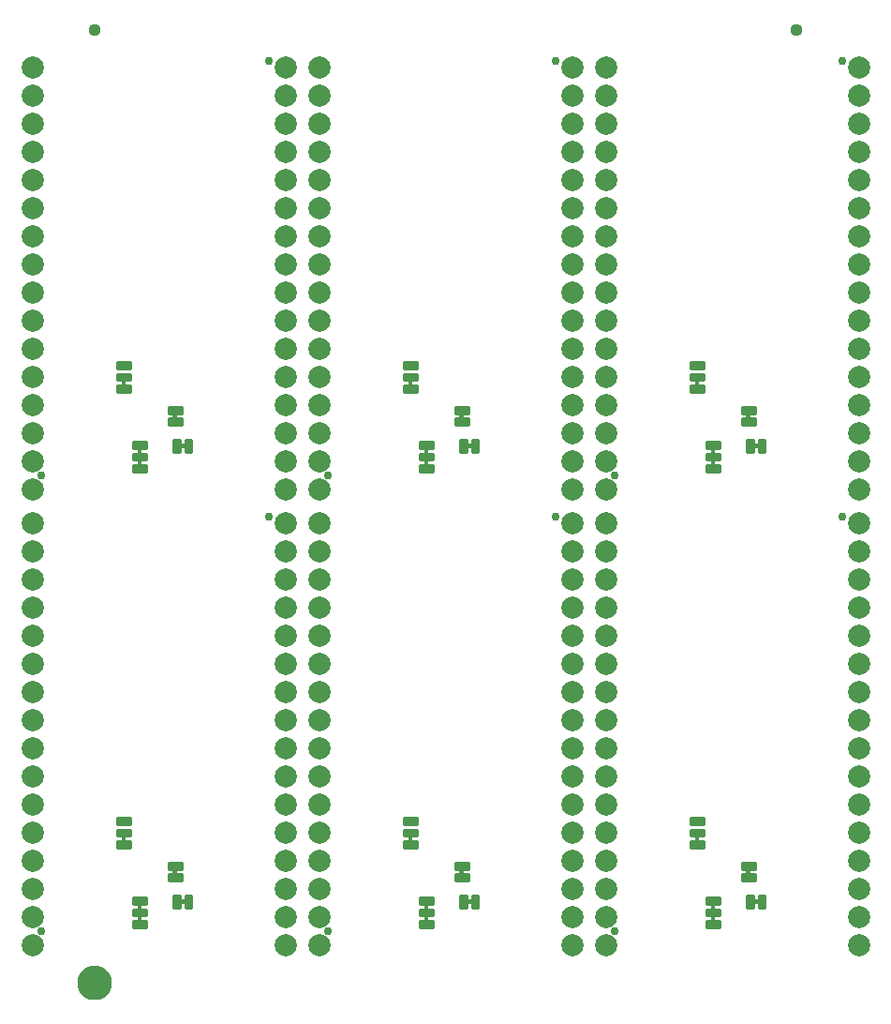
<source format=gbs>
G04 EAGLE Gerber RS-274X export*
G75*
%MOMM*%
%FSLAX34Y34*%
%LPD*%
%INSoldermask Bottom*%
%IPPOS*%
%AMOC8*
5,1,8,0,0,1.08239X$1,22.5*%
G01*
%ADD10C,0.228344*%
%ADD11C,0.762000*%
%ADD12C,2.006600*%
%ADD13C,1.127000*%
%ADD14C,1.270000*%
%ADD15C,1.627000*%

G36*
X628994Y456349D02*
X628994Y456349D01*
X629060Y456351D01*
X629104Y456368D01*
X629150Y456377D01*
X629207Y456410D01*
X629268Y456435D01*
X629303Y456467D01*
X629343Y456491D01*
X629385Y456542D01*
X629433Y456586D01*
X629455Y456629D01*
X629485Y456665D01*
X629506Y456727D01*
X629536Y456786D01*
X629544Y456840D01*
X629557Y456878D01*
X629556Y456917D01*
X629564Y456971D01*
X629564Y460781D01*
X629552Y460846D01*
X629550Y460912D01*
X629532Y460956D01*
X629524Y461002D01*
X629490Y461059D01*
X629466Y461120D01*
X629434Y461155D01*
X629410Y461195D01*
X629359Y461237D01*
X629314Y461285D01*
X629272Y461307D01*
X629236Y461337D01*
X629173Y461358D01*
X629115Y461388D01*
X629060Y461396D01*
X629023Y461409D01*
X628984Y461408D01*
X628929Y461416D01*
X626389Y461416D01*
X626325Y461404D01*
X626259Y461402D01*
X626215Y461384D01*
X626169Y461376D01*
X626112Y461342D01*
X626051Y461318D01*
X626016Y461286D01*
X625975Y461262D01*
X625934Y461211D01*
X625885Y461166D01*
X625864Y461124D01*
X625834Y461088D01*
X625813Y461025D01*
X625783Y460967D01*
X625775Y460912D01*
X625762Y460875D01*
X625762Y460871D01*
X625763Y460835D01*
X625755Y460781D01*
X625755Y456971D01*
X625767Y456907D01*
X625769Y456841D01*
X625786Y456797D01*
X625795Y456751D01*
X625828Y456694D01*
X625853Y456633D01*
X625885Y456598D01*
X625909Y456557D01*
X625960Y456516D01*
X626004Y456467D01*
X626047Y456446D01*
X626083Y456416D01*
X626145Y456395D01*
X626204Y456365D01*
X626258Y456357D01*
X626296Y456344D01*
X626335Y456345D01*
X626389Y456337D01*
X628929Y456337D01*
X628994Y456349D01*
G37*
G36*
X110834Y456349D02*
X110834Y456349D01*
X110900Y456351D01*
X110944Y456368D01*
X110990Y456377D01*
X111047Y456410D01*
X111108Y456435D01*
X111143Y456467D01*
X111183Y456491D01*
X111225Y456542D01*
X111273Y456586D01*
X111295Y456629D01*
X111325Y456665D01*
X111346Y456727D01*
X111376Y456786D01*
X111384Y456840D01*
X111397Y456878D01*
X111396Y456917D01*
X111404Y456971D01*
X111404Y460781D01*
X111392Y460846D01*
X111390Y460912D01*
X111372Y460956D01*
X111364Y461002D01*
X111330Y461059D01*
X111306Y461120D01*
X111274Y461155D01*
X111250Y461195D01*
X111199Y461237D01*
X111154Y461285D01*
X111112Y461307D01*
X111076Y461337D01*
X111013Y461358D01*
X110955Y461388D01*
X110900Y461396D01*
X110863Y461409D01*
X110824Y461408D01*
X110769Y461416D01*
X108229Y461416D01*
X108165Y461404D01*
X108099Y461402D01*
X108055Y461384D01*
X108009Y461376D01*
X107952Y461342D01*
X107891Y461318D01*
X107856Y461286D01*
X107815Y461262D01*
X107774Y461211D01*
X107725Y461166D01*
X107704Y461124D01*
X107674Y461088D01*
X107653Y461025D01*
X107623Y460967D01*
X107615Y460912D01*
X107602Y460875D01*
X107602Y460871D01*
X107603Y460835D01*
X107595Y460781D01*
X107595Y456971D01*
X107607Y456907D01*
X107609Y456841D01*
X107626Y456797D01*
X107635Y456751D01*
X107668Y456694D01*
X107693Y456633D01*
X107725Y456598D01*
X107749Y456557D01*
X107800Y456516D01*
X107844Y456467D01*
X107887Y456446D01*
X107923Y456416D01*
X107985Y456395D01*
X108044Y456365D01*
X108098Y456357D01*
X108136Y456344D01*
X108175Y456345D01*
X108229Y456337D01*
X110769Y456337D01*
X110834Y456349D01*
G37*
G36*
X369914Y456349D02*
X369914Y456349D01*
X369980Y456351D01*
X370024Y456368D01*
X370070Y456377D01*
X370127Y456410D01*
X370188Y456435D01*
X370223Y456467D01*
X370263Y456491D01*
X370305Y456542D01*
X370353Y456586D01*
X370375Y456629D01*
X370405Y456665D01*
X370426Y456727D01*
X370456Y456786D01*
X370464Y456840D01*
X370477Y456878D01*
X370476Y456917D01*
X370484Y456971D01*
X370484Y460781D01*
X370472Y460846D01*
X370470Y460912D01*
X370452Y460956D01*
X370444Y461002D01*
X370410Y461059D01*
X370386Y461120D01*
X370354Y461155D01*
X370330Y461195D01*
X370279Y461237D01*
X370234Y461285D01*
X370192Y461307D01*
X370156Y461337D01*
X370093Y461358D01*
X370035Y461388D01*
X369980Y461396D01*
X369943Y461409D01*
X369904Y461408D01*
X369849Y461416D01*
X367309Y461416D01*
X367245Y461404D01*
X367179Y461402D01*
X367135Y461384D01*
X367089Y461376D01*
X367032Y461342D01*
X366971Y461318D01*
X366936Y461286D01*
X366895Y461262D01*
X366854Y461211D01*
X366805Y461166D01*
X366784Y461124D01*
X366754Y461088D01*
X366733Y461025D01*
X366703Y460967D01*
X366695Y460912D01*
X366682Y460875D01*
X366682Y460871D01*
X366683Y460835D01*
X366675Y460781D01*
X366675Y456971D01*
X366687Y456907D01*
X366689Y456841D01*
X366706Y456797D01*
X366715Y456751D01*
X366748Y456694D01*
X366773Y456633D01*
X366805Y456598D01*
X366829Y456557D01*
X366880Y456516D01*
X366924Y456467D01*
X366967Y456446D01*
X367003Y456416D01*
X367065Y456395D01*
X367124Y456365D01*
X367178Y456357D01*
X367216Y456344D01*
X367255Y456345D01*
X367309Y456337D01*
X369849Y456337D01*
X369914Y456349D01*
G37*
G36*
X614745Y518172D02*
X614745Y518172D01*
X614811Y518174D01*
X614854Y518192D01*
X614901Y518200D01*
X614958Y518234D01*
X615018Y518259D01*
X615053Y518290D01*
X615094Y518315D01*
X615136Y518366D01*
X615184Y518410D01*
X615206Y518452D01*
X615235Y518489D01*
X615256Y518551D01*
X615287Y518610D01*
X615295Y518664D01*
X615307Y518701D01*
X615306Y518741D01*
X615314Y518795D01*
X615314Y522605D01*
X615303Y522670D01*
X615301Y522736D01*
X615283Y522779D01*
X615275Y522826D01*
X615241Y522883D01*
X615216Y522943D01*
X615185Y522978D01*
X615160Y523019D01*
X615109Y523061D01*
X615065Y523109D01*
X615023Y523131D01*
X614986Y523160D01*
X614924Y523181D01*
X614865Y523212D01*
X614811Y523220D01*
X614774Y523232D01*
X614734Y523231D01*
X614680Y523239D01*
X612140Y523239D01*
X612075Y523228D01*
X612009Y523226D01*
X611966Y523208D01*
X611919Y523200D01*
X611862Y523166D01*
X611802Y523141D01*
X611767Y523110D01*
X611726Y523085D01*
X611685Y523034D01*
X611636Y522990D01*
X611614Y522948D01*
X611585Y522911D01*
X611564Y522849D01*
X611533Y522790D01*
X611525Y522736D01*
X611513Y522699D01*
X611513Y522695D01*
X611513Y522694D01*
X611514Y522659D01*
X611506Y522605D01*
X611506Y518795D01*
X611517Y518730D01*
X611519Y518664D01*
X611537Y518621D01*
X611545Y518574D01*
X611579Y518517D01*
X611604Y518457D01*
X611635Y518422D01*
X611660Y518381D01*
X611711Y518340D01*
X611755Y518291D01*
X611797Y518269D01*
X611834Y518240D01*
X611896Y518219D01*
X611955Y518188D01*
X612009Y518180D01*
X612046Y518168D01*
X612086Y518169D01*
X612140Y518161D01*
X614680Y518161D01*
X614745Y518172D01*
G37*
G36*
X96585Y518172D02*
X96585Y518172D01*
X96651Y518174D01*
X96694Y518192D01*
X96741Y518200D01*
X96798Y518234D01*
X96858Y518259D01*
X96893Y518290D01*
X96934Y518315D01*
X96976Y518366D01*
X97024Y518410D01*
X97046Y518452D01*
X97075Y518489D01*
X97096Y518551D01*
X97127Y518610D01*
X97135Y518664D01*
X97147Y518701D01*
X97146Y518741D01*
X97154Y518795D01*
X97154Y522605D01*
X97143Y522670D01*
X97141Y522736D01*
X97123Y522779D01*
X97115Y522826D01*
X97081Y522883D01*
X97056Y522943D01*
X97025Y522978D01*
X97000Y523019D01*
X96949Y523061D01*
X96905Y523109D01*
X96863Y523131D01*
X96826Y523160D01*
X96764Y523181D01*
X96705Y523212D01*
X96651Y523220D01*
X96614Y523232D01*
X96574Y523231D01*
X96520Y523239D01*
X93980Y523239D01*
X93915Y523228D01*
X93849Y523226D01*
X93806Y523208D01*
X93759Y523200D01*
X93702Y523166D01*
X93642Y523141D01*
X93607Y523110D01*
X93566Y523085D01*
X93525Y523034D01*
X93476Y522990D01*
X93454Y522948D01*
X93425Y522911D01*
X93404Y522849D01*
X93373Y522790D01*
X93365Y522736D01*
X93353Y522699D01*
X93353Y522695D01*
X93353Y522694D01*
X93354Y522659D01*
X93346Y522605D01*
X93346Y518795D01*
X93357Y518730D01*
X93359Y518664D01*
X93377Y518621D01*
X93385Y518574D01*
X93419Y518517D01*
X93444Y518457D01*
X93475Y518422D01*
X93500Y518381D01*
X93551Y518340D01*
X93595Y518291D01*
X93637Y518269D01*
X93674Y518240D01*
X93736Y518219D01*
X93795Y518188D01*
X93849Y518180D01*
X93886Y518168D01*
X93926Y518169D01*
X93980Y518161D01*
X96520Y518161D01*
X96585Y518172D01*
G37*
G36*
X355665Y518172D02*
X355665Y518172D01*
X355731Y518174D01*
X355774Y518192D01*
X355821Y518200D01*
X355878Y518234D01*
X355938Y518259D01*
X355973Y518290D01*
X356014Y518315D01*
X356056Y518366D01*
X356104Y518410D01*
X356126Y518452D01*
X356155Y518489D01*
X356176Y518551D01*
X356207Y518610D01*
X356215Y518664D01*
X356227Y518701D01*
X356226Y518741D01*
X356234Y518795D01*
X356234Y522605D01*
X356223Y522670D01*
X356221Y522736D01*
X356203Y522779D01*
X356195Y522826D01*
X356161Y522883D01*
X356136Y522943D01*
X356105Y522978D01*
X356080Y523019D01*
X356029Y523061D01*
X355985Y523109D01*
X355943Y523131D01*
X355906Y523160D01*
X355844Y523181D01*
X355785Y523212D01*
X355731Y523220D01*
X355694Y523232D01*
X355654Y523231D01*
X355600Y523239D01*
X353060Y523239D01*
X352995Y523228D01*
X352929Y523226D01*
X352886Y523208D01*
X352839Y523200D01*
X352782Y523166D01*
X352722Y523141D01*
X352687Y523110D01*
X352646Y523085D01*
X352605Y523034D01*
X352556Y522990D01*
X352534Y522948D01*
X352505Y522911D01*
X352484Y522849D01*
X352453Y522790D01*
X352445Y522736D01*
X352433Y522699D01*
X352433Y522695D01*
X352433Y522694D01*
X352434Y522659D01*
X352426Y522605D01*
X352426Y518795D01*
X352437Y518730D01*
X352439Y518664D01*
X352457Y518621D01*
X352465Y518574D01*
X352499Y518517D01*
X352524Y518457D01*
X352555Y518422D01*
X352580Y518381D01*
X352631Y518340D01*
X352675Y518291D01*
X352717Y518269D01*
X352754Y518240D01*
X352816Y518219D01*
X352875Y518188D01*
X352929Y518180D01*
X352966Y518168D01*
X353006Y518169D01*
X353060Y518161D01*
X355600Y518161D01*
X355665Y518172D01*
G37*
G36*
X660973Y488226D02*
X660973Y488226D01*
X661039Y488228D01*
X661082Y488245D01*
X661129Y488254D01*
X661186Y488287D01*
X661246Y488312D01*
X661281Y488344D01*
X661322Y488368D01*
X661364Y488419D01*
X661412Y488463D01*
X661434Y488506D01*
X661463Y488542D01*
X661484Y488604D01*
X661515Y488663D01*
X661523Y488717D01*
X661535Y488755D01*
X661534Y488794D01*
X661542Y488848D01*
X661542Y492658D01*
X661531Y492723D01*
X661529Y492789D01*
X661511Y492833D01*
X661503Y492879D01*
X661469Y492936D01*
X661444Y492997D01*
X661413Y493032D01*
X661388Y493072D01*
X661337Y493114D01*
X661293Y493162D01*
X661251Y493184D01*
X661214Y493214D01*
X661152Y493235D01*
X661093Y493265D01*
X661039Y493273D01*
X661002Y493286D01*
X660962Y493285D01*
X660908Y493293D01*
X658368Y493293D01*
X658303Y493281D01*
X658237Y493279D01*
X658194Y493261D01*
X658147Y493253D01*
X658090Y493219D01*
X658030Y493195D01*
X657995Y493163D01*
X657954Y493139D01*
X657913Y493088D01*
X657864Y493043D01*
X657842Y493001D01*
X657813Y492965D01*
X657792Y492902D01*
X657761Y492844D01*
X657753Y492789D01*
X657741Y492752D01*
X657741Y492748D01*
X657742Y492712D01*
X657734Y492658D01*
X657734Y488848D01*
X657745Y488784D01*
X657747Y488718D01*
X657765Y488674D01*
X657773Y488628D01*
X657807Y488571D01*
X657832Y488510D01*
X657863Y488475D01*
X657888Y488434D01*
X657939Y488393D01*
X657983Y488344D01*
X658025Y488323D01*
X658062Y488293D01*
X658124Y488272D01*
X658183Y488242D01*
X658237Y488234D01*
X658274Y488221D01*
X658314Y488222D01*
X658368Y488214D01*
X660908Y488214D01*
X660973Y488226D01*
G37*
G36*
X142813Y488226D02*
X142813Y488226D01*
X142879Y488228D01*
X142922Y488245D01*
X142969Y488254D01*
X143026Y488287D01*
X143086Y488312D01*
X143121Y488344D01*
X143162Y488368D01*
X143204Y488419D01*
X143252Y488463D01*
X143274Y488506D01*
X143303Y488542D01*
X143324Y488604D01*
X143355Y488663D01*
X143363Y488717D01*
X143375Y488755D01*
X143374Y488794D01*
X143382Y488848D01*
X143382Y492658D01*
X143371Y492723D01*
X143369Y492789D01*
X143351Y492833D01*
X143343Y492879D01*
X143309Y492936D01*
X143284Y492997D01*
X143253Y493032D01*
X143228Y493072D01*
X143177Y493114D01*
X143133Y493162D01*
X143091Y493184D01*
X143054Y493214D01*
X142992Y493235D01*
X142933Y493265D01*
X142879Y493273D01*
X142842Y493286D01*
X142802Y493285D01*
X142748Y493293D01*
X140208Y493293D01*
X140143Y493281D01*
X140077Y493279D01*
X140034Y493261D01*
X139987Y493253D01*
X139930Y493219D01*
X139870Y493195D01*
X139835Y493163D01*
X139794Y493139D01*
X139753Y493088D01*
X139704Y493043D01*
X139682Y493001D01*
X139653Y492965D01*
X139632Y492902D01*
X139601Y492844D01*
X139593Y492789D01*
X139581Y492752D01*
X139581Y492748D01*
X139582Y492712D01*
X139574Y492658D01*
X139574Y488848D01*
X139585Y488784D01*
X139587Y488718D01*
X139605Y488674D01*
X139613Y488628D01*
X139647Y488571D01*
X139672Y488510D01*
X139703Y488475D01*
X139728Y488434D01*
X139779Y488393D01*
X139823Y488344D01*
X139865Y488323D01*
X139902Y488293D01*
X139964Y488272D01*
X140023Y488242D01*
X140077Y488234D01*
X140114Y488221D01*
X140154Y488222D01*
X140208Y488214D01*
X142748Y488214D01*
X142813Y488226D01*
G37*
G36*
X401893Y488226D02*
X401893Y488226D01*
X401959Y488228D01*
X402002Y488245D01*
X402049Y488254D01*
X402106Y488287D01*
X402166Y488312D01*
X402201Y488344D01*
X402242Y488368D01*
X402284Y488419D01*
X402332Y488463D01*
X402354Y488506D01*
X402383Y488542D01*
X402404Y488604D01*
X402435Y488663D01*
X402443Y488717D01*
X402455Y488755D01*
X402454Y488794D01*
X402462Y488848D01*
X402462Y492658D01*
X402451Y492723D01*
X402449Y492789D01*
X402431Y492833D01*
X402423Y492879D01*
X402389Y492936D01*
X402364Y492997D01*
X402333Y493032D01*
X402308Y493072D01*
X402257Y493114D01*
X402213Y493162D01*
X402171Y493184D01*
X402134Y493214D01*
X402072Y493235D01*
X402013Y493265D01*
X401959Y493273D01*
X401922Y493286D01*
X401882Y493285D01*
X401828Y493293D01*
X399288Y493293D01*
X399223Y493281D01*
X399157Y493279D01*
X399114Y493261D01*
X399067Y493253D01*
X399010Y493219D01*
X398950Y493195D01*
X398915Y493163D01*
X398874Y493139D01*
X398833Y493088D01*
X398784Y493043D01*
X398762Y493001D01*
X398733Y492965D01*
X398712Y492902D01*
X398681Y492844D01*
X398673Y492789D01*
X398661Y492752D01*
X398661Y492748D01*
X398662Y492712D01*
X398654Y492658D01*
X398654Y488848D01*
X398665Y488784D01*
X398667Y488718D01*
X398685Y488674D01*
X398693Y488628D01*
X398727Y488571D01*
X398752Y488510D01*
X398783Y488475D01*
X398808Y488434D01*
X398859Y488393D01*
X398903Y488344D01*
X398945Y488323D01*
X398982Y488293D01*
X399044Y488272D01*
X399103Y488242D01*
X399157Y488234D01*
X399194Y488221D01*
X399234Y488222D01*
X399288Y488214D01*
X401828Y488214D01*
X401893Y488226D01*
G37*
G36*
X369914Y446189D02*
X369914Y446189D01*
X369980Y446191D01*
X370024Y446208D01*
X370070Y446217D01*
X370127Y446250D01*
X370188Y446275D01*
X370223Y446307D01*
X370263Y446331D01*
X370305Y446382D01*
X370353Y446426D01*
X370375Y446469D01*
X370405Y446505D01*
X370426Y446567D01*
X370456Y446626D01*
X370464Y446680D01*
X370477Y446718D01*
X370476Y446757D01*
X370484Y446811D01*
X370484Y450621D01*
X370472Y450686D01*
X370470Y450752D01*
X370452Y450796D01*
X370444Y450842D01*
X370410Y450899D01*
X370386Y450960D01*
X370354Y450995D01*
X370330Y451035D01*
X370279Y451077D01*
X370234Y451125D01*
X370192Y451147D01*
X370156Y451177D01*
X370093Y451198D01*
X370035Y451228D01*
X369980Y451236D01*
X369943Y451249D01*
X369904Y451248D01*
X369849Y451256D01*
X367309Y451256D01*
X367245Y451244D01*
X367179Y451242D01*
X367135Y451224D01*
X367089Y451216D01*
X367032Y451182D01*
X366971Y451158D01*
X366936Y451126D01*
X366895Y451102D01*
X366854Y451051D01*
X366805Y451006D01*
X366784Y450964D01*
X366754Y450928D01*
X366733Y450865D01*
X366703Y450807D01*
X366695Y450752D01*
X366682Y450715D01*
X366682Y450711D01*
X366683Y450675D01*
X366675Y450621D01*
X366675Y446811D01*
X366687Y446747D01*
X366689Y446681D01*
X366706Y446637D01*
X366715Y446591D01*
X366748Y446534D01*
X366773Y446473D01*
X366805Y446438D01*
X366829Y446397D01*
X366880Y446356D01*
X366924Y446307D01*
X366967Y446286D01*
X367003Y446256D01*
X367065Y446235D01*
X367124Y446205D01*
X367178Y446197D01*
X367216Y446184D01*
X367255Y446185D01*
X367309Y446177D01*
X369849Y446177D01*
X369914Y446189D01*
G37*
G36*
X110834Y446189D02*
X110834Y446189D01*
X110900Y446191D01*
X110944Y446208D01*
X110990Y446217D01*
X111047Y446250D01*
X111108Y446275D01*
X111143Y446307D01*
X111183Y446331D01*
X111225Y446382D01*
X111273Y446426D01*
X111295Y446469D01*
X111325Y446505D01*
X111346Y446567D01*
X111376Y446626D01*
X111384Y446680D01*
X111397Y446718D01*
X111396Y446757D01*
X111404Y446811D01*
X111404Y450621D01*
X111392Y450686D01*
X111390Y450752D01*
X111372Y450796D01*
X111364Y450842D01*
X111330Y450899D01*
X111306Y450960D01*
X111274Y450995D01*
X111250Y451035D01*
X111199Y451077D01*
X111154Y451125D01*
X111112Y451147D01*
X111076Y451177D01*
X111013Y451198D01*
X110955Y451228D01*
X110900Y451236D01*
X110863Y451249D01*
X110824Y451248D01*
X110769Y451256D01*
X108229Y451256D01*
X108165Y451244D01*
X108099Y451242D01*
X108055Y451224D01*
X108009Y451216D01*
X107952Y451182D01*
X107891Y451158D01*
X107856Y451126D01*
X107815Y451102D01*
X107774Y451051D01*
X107725Y451006D01*
X107704Y450964D01*
X107674Y450928D01*
X107653Y450865D01*
X107623Y450807D01*
X107615Y450752D01*
X107602Y450715D01*
X107602Y450711D01*
X107603Y450675D01*
X107595Y450621D01*
X107595Y446811D01*
X107607Y446747D01*
X107609Y446681D01*
X107626Y446637D01*
X107635Y446591D01*
X107668Y446534D01*
X107693Y446473D01*
X107725Y446438D01*
X107749Y446397D01*
X107800Y446356D01*
X107844Y446307D01*
X107887Y446286D01*
X107923Y446256D01*
X107985Y446235D01*
X108044Y446205D01*
X108098Y446197D01*
X108136Y446184D01*
X108175Y446185D01*
X108229Y446177D01*
X110769Y446177D01*
X110834Y446189D01*
G37*
G36*
X628994Y446189D02*
X628994Y446189D01*
X629060Y446191D01*
X629104Y446208D01*
X629150Y446217D01*
X629207Y446250D01*
X629268Y446275D01*
X629303Y446307D01*
X629343Y446331D01*
X629385Y446382D01*
X629433Y446426D01*
X629455Y446469D01*
X629485Y446505D01*
X629506Y446567D01*
X629536Y446626D01*
X629544Y446680D01*
X629557Y446718D01*
X629556Y446757D01*
X629564Y446811D01*
X629564Y450621D01*
X629552Y450686D01*
X629550Y450752D01*
X629532Y450796D01*
X629524Y450842D01*
X629490Y450899D01*
X629466Y450960D01*
X629434Y450995D01*
X629410Y451035D01*
X629359Y451077D01*
X629314Y451125D01*
X629272Y451147D01*
X629236Y451177D01*
X629173Y451198D01*
X629115Y451228D01*
X629060Y451236D01*
X629023Y451249D01*
X628984Y451248D01*
X628929Y451256D01*
X626389Y451256D01*
X626325Y451244D01*
X626259Y451242D01*
X626215Y451224D01*
X626169Y451216D01*
X626112Y451182D01*
X626051Y451158D01*
X626016Y451126D01*
X625975Y451102D01*
X625934Y451051D01*
X625885Y451006D01*
X625864Y450964D01*
X625834Y450928D01*
X625813Y450865D01*
X625783Y450807D01*
X625775Y450752D01*
X625762Y450715D01*
X625762Y450711D01*
X625763Y450675D01*
X625755Y450621D01*
X625755Y446811D01*
X625767Y446747D01*
X625769Y446681D01*
X625786Y446637D01*
X625795Y446591D01*
X625828Y446534D01*
X625853Y446473D01*
X625885Y446438D01*
X625909Y446397D01*
X625960Y446356D01*
X626004Y446307D01*
X626047Y446286D01*
X626083Y446256D01*
X626145Y446235D01*
X626204Y446205D01*
X626258Y446197D01*
X626296Y446184D01*
X626335Y446185D01*
X626389Y446177D01*
X628929Y446177D01*
X628994Y446189D01*
G37*
G36*
X355665Y106692D02*
X355665Y106692D01*
X355731Y106694D01*
X355774Y106712D01*
X355821Y106720D01*
X355878Y106754D01*
X355938Y106779D01*
X355973Y106810D01*
X356014Y106835D01*
X356056Y106886D01*
X356104Y106930D01*
X356126Y106972D01*
X356155Y107009D01*
X356176Y107071D01*
X356207Y107130D01*
X356215Y107184D01*
X356227Y107221D01*
X356226Y107261D01*
X356234Y107315D01*
X356234Y111125D01*
X356223Y111190D01*
X356221Y111256D01*
X356203Y111299D01*
X356195Y111346D01*
X356161Y111403D01*
X356136Y111463D01*
X356105Y111498D01*
X356080Y111539D01*
X356029Y111581D01*
X355985Y111629D01*
X355943Y111651D01*
X355906Y111680D01*
X355844Y111701D01*
X355785Y111732D01*
X355731Y111740D01*
X355694Y111752D01*
X355654Y111751D01*
X355600Y111759D01*
X353060Y111759D01*
X352995Y111748D01*
X352929Y111746D01*
X352886Y111728D01*
X352839Y111720D01*
X352782Y111686D01*
X352722Y111661D01*
X352687Y111630D01*
X352646Y111605D01*
X352605Y111554D01*
X352556Y111510D01*
X352534Y111468D01*
X352505Y111431D01*
X352484Y111369D01*
X352453Y111310D01*
X352445Y111256D01*
X352433Y111219D01*
X352433Y111215D01*
X352433Y111214D01*
X352434Y111179D01*
X352426Y111125D01*
X352426Y107315D01*
X352437Y107250D01*
X352439Y107184D01*
X352457Y107141D01*
X352465Y107094D01*
X352499Y107037D01*
X352524Y106977D01*
X352555Y106942D01*
X352580Y106901D01*
X352631Y106860D01*
X352675Y106811D01*
X352717Y106789D01*
X352754Y106760D01*
X352816Y106739D01*
X352875Y106708D01*
X352929Y106700D01*
X352966Y106688D01*
X353006Y106689D01*
X353060Y106681D01*
X355600Y106681D01*
X355665Y106692D01*
G37*
G36*
X96585Y106692D02*
X96585Y106692D01*
X96651Y106694D01*
X96694Y106712D01*
X96741Y106720D01*
X96798Y106754D01*
X96858Y106779D01*
X96893Y106810D01*
X96934Y106835D01*
X96976Y106886D01*
X97024Y106930D01*
X97046Y106972D01*
X97075Y107009D01*
X97096Y107071D01*
X97127Y107130D01*
X97135Y107184D01*
X97147Y107221D01*
X97146Y107261D01*
X97154Y107315D01*
X97154Y111125D01*
X97143Y111190D01*
X97141Y111256D01*
X97123Y111299D01*
X97115Y111346D01*
X97081Y111403D01*
X97056Y111463D01*
X97025Y111498D01*
X97000Y111539D01*
X96949Y111581D01*
X96905Y111629D01*
X96863Y111651D01*
X96826Y111680D01*
X96764Y111701D01*
X96705Y111732D01*
X96651Y111740D01*
X96614Y111752D01*
X96574Y111751D01*
X96520Y111759D01*
X93980Y111759D01*
X93915Y111748D01*
X93849Y111746D01*
X93806Y111728D01*
X93759Y111720D01*
X93702Y111686D01*
X93642Y111661D01*
X93607Y111630D01*
X93566Y111605D01*
X93525Y111554D01*
X93476Y111510D01*
X93454Y111468D01*
X93425Y111431D01*
X93404Y111369D01*
X93373Y111310D01*
X93365Y111256D01*
X93353Y111219D01*
X93353Y111215D01*
X93353Y111214D01*
X93354Y111179D01*
X93346Y111125D01*
X93346Y107315D01*
X93357Y107250D01*
X93359Y107184D01*
X93377Y107141D01*
X93385Y107094D01*
X93419Y107037D01*
X93444Y106977D01*
X93475Y106942D01*
X93500Y106901D01*
X93551Y106860D01*
X93595Y106811D01*
X93637Y106789D01*
X93674Y106760D01*
X93736Y106739D01*
X93795Y106708D01*
X93849Y106700D01*
X93886Y106688D01*
X93926Y106689D01*
X93980Y106681D01*
X96520Y106681D01*
X96585Y106692D01*
G37*
G36*
X614745Y106692D02*
X614745Y106692D01*
X614811Y106694D01*
X614854Y106712D01*
X614901Y106720D01*
X614958Y106754D01*
X615018Y106779D01*
X615053Y106810D01*
X615094Y106835D01*
X615136Y106886D01*
X615184Y106930D01*
X615206Y106972D01*
X615235Y107009D01*
X615256Y107071D01*
X615287Y107130D01*
X615295Y107184D01*
X615307Y107221D01*
X615306Y107261D01*
X615314Y107315D01*
X615314Y111125D01*
X615303Y111190D01*
X615301Y111256D01*
X615283Y111299D01*
X615275Y111346D01*
X615241Y111403D01*
X615216Y111463D01*
X615185Y111498D01*
X615160Y111539D01*
X615109Y111581D01*
X615065Y111629D01*
X615023Y111651D01*
X614986Y111680D01*
X614924Y111701D01*
X614865Y111732D01*
X614811Y111740D01*
X614774Y111752D01*
X614734Y111751D01*
X614680Y111759D01*
X612140Y111759D01*
X612075Y111748D01*
X612009Y111746D01*
X611966Y111728D01*
X611919Y111720D01*
X611862Y111686D01*
X611802Y111661D01*
X611767Y111630D01*
X611726Y111605D01*
X611685Y111554D01*
X611636Y111510D01*
X611614Y111468D01*
X611585Y111431D01*
X611564Y111369D01*
X611533Y111310D01*
X611525Y111256D01*
X611513Y111219D01*
X611513Y111215D01*
X611513Y111214D01*
X611514Y111179D01*
X611506Y111125D01*
X611506Y107315D01*
X611517Y107250D01*
X611519Y107184D01*
X611537Y107141D01*
X611545Y107094D01*
X611579Y107037D01*
X611604Y106977D01*
X611635Y106942D01*
X611660Y106901D01*
X611711Y106860D01*
X611755Y106811D01*
X611797Y106789D01*
X611834Y106760D01*
X611896Y106739D01*
X611955Y106708D01*
X612009Y106700D01*
X612046Y106688D01*
X612086Y106689D01*
X612140Y106681D01*
X614680Y106681D01*
X614745Y106692D01*
G37*
G36*
X142813Y76746D02*
X142813Y76746D01*
X142879Y76748D01*
X142922Y76765D01*
X142969Y76774D01*
X143026Y76807D01*
X143086Y76832D01*
X143121Y76864D01*
X143162Y76888D01*
X143204Y76939D01*
X143252Y76983D01*
X143274Y77026D01*
X143303Y77062D01*
X143324Y77124D01*
X143355Y77183D01*
X143363Y77237D01*
X143375Y77275D01*
X143374Y77314D01*
X143382Y77368D01*
X143382Y81178D01*
X143371Y81243D01*
X143369Y81309D01*
X143351Y81353D01*
X143343Y81399D01*
X143309Y81456D01*
X143284Y81517D01*
X143253Y81552D01*
X143228Y81592D01*
X143177Y81634D01*
X143133Y81682D01*
X143091Y81704D01*
X143054Y81734D01*
X142992Y81755D01*
X142933Y81785D01*
X142879Y81793D01*
X142842Y81806D01*
X142802Y81805D01*
X142748Y81813D01*
X140208Y81813D01*
X140143Y81801D01*
X140077Y81799D01*
X140034Y81781D01*
X139987Y81773D01*
X139930Y81739D01*
X139870Y81715D01*
X139835Y81683D01*
X139794Y81659D01*
X139753Y81608D01*
X139704Y81563D01*
X139682Y81521D01*
X139653Y81485D01*
X139632Y81422D01*
X139601Y81364D01*
X139593Y81309D01*
X139581Y81272D01*
X139581Y81268D01*
X139582Y81232D01*
X139574Y81178D01*
X139574Y77368D01*
X139585Y77304D01*
X139587Y77238D01*
X139605Y77194D01*
X139613Y77148D01*
X139647Y77091D01*
X139672Y77030D01*
X139703Y76995D01*
X139728Y76954D01*
X139779Y76913D01*
X139823Y76864D01*
X139865Y76843D01*
X139902Y76813D01*
X139964Y76792D01*
X140023Y76762D01*
X140077Y76754D01*
X140114Y76741D01*
X140154Y76742D01*
X140208Y76734D01*
X142748Y76734D01*
X142813Y76746D01*
G37*
G36*
X401893Y76746D02*
X401893Y76746D01*
X401959Y76748D01*
X402002Y76765D01*
X402049Y76774D01*
X402106Y76807D01*
X402166Y76832D01*
X402201Y76864D01*
X402242Y76888D01*
X402284Y76939D01*
X402332Y76983D01*
X402354Y77026D01*
X402383Y77062D01*
X402404Y77124D01*
X402435Y77183D01*
X402443Y77237D01*
X402455Y77275D01*
X402454Y77314D01*
X402462Y77368D01*
X402462Y81178D01*
X402451Y81243D01*
X402449Y81309D01*
X402431Y81353D01*
X402423Y81399D01*
X402389Y81456D01*
X402364Y81517D01*
X402333Y81552D01*
X402308Y81592D01*
X402257Y81634D01*
X402213Y81682D01*
X402171Y81704D01*
X402134Y81734D01*
X402072Y81755D01*
X402013Y81785D01*
X401959Y81793D01*
X401922Y81806D01*
X401882Y81805D01*
X401828Y81813D01*
X399288Y81813D01*
X399223Y81801D01*
X399157Y81799D01*
X399114Y81781D01*
X399067Y81773D01*
X399010Y81739D01*
X398950Y81715D01*
X398915Y81683D01*
X398874Y81659D01*
X398833Y81608D01*
X398784Y81563D01*
X398762Y81521D01*
X398733Y81485D01*
X398712Y81422D01*
X398681Y81364D01*
X398673Y81309D01*
X398661Y81272D01*
X398661Y81268D01*
X398662Y81232D01*
X398654Y81178D01*
X398654Y77368D01*
X398665Y77304D01*
X398667Y77238D01*
X398685Y77194D01*
X398693Y77148D01*
X398727Y77091D01*
X398752Y77030D01*
X398783Y76995D01*
X398808Y76954D01*
X398859Y76913D01*
X398903Y76864D01*
X398945Y76843D01*
X398982Y76813D01*
X399044Y76792D01*
X399103Y76762D01*
X399157Y76754D01*
X399194Y76741D01*
X399234Y76742D01*
X399288Y76734D01*
X401828Y76734D01*
X401893Y76746D01*
G37*
G36*
X660973Y76746D02*
X660973Y76746D01*
X661039Y76748D01*
X661082Y76765D01*
X661129Y76774D01*
X661186Y76807D01*
X661246Y76832D01*
X661281Y76864D01*
X661322Y76888D01*
X661364Y76939D01*
X661412Y76983D01*
X661434Y77026D01*
X661463Y77062D01*
X661484Y77124D01*
X661515Y77183D01*
X661523Y77237D01*
X661535Y77275D01*
X661534Y77314D01*
X661542Y77368D01*
X661542Y81178D01*
X661531Y81243D01*
X661529Y81309D01*
X661511Y81353D01*
X661503Y81399D01*
X661469Y81456D01*
X661444Y81517D01*
X661413Y81552D01*
X661388Y81592D01*
X661337Y81634D01*
X661293Y81682D01*
X661251Y81704D01*
X661214Y81734D01*
X661152Y81755D01*
X661093Y81785D01*
X661039Y81793D01*
X661002Y81806D01*
X660962Y81805D01*
X660908Y81813D01*
X658368Y81813D01*
X658303Y81801D01*
X658237Y81799D01*
X658194Y81781D01*
X658147Y81773D01*
X658090Y81739D01*
X658030Y81715D01*
X657995Y81683D01*
X657954Y81659D01*
X657913Y81608D01*
X657864Y81563D01*
X657842Y81521D01*
X657813Y81485D01*
X657792Y81422D01*
X657761Y81364D01*
X657753Y81309D01*
X657741Y81272D01*
X657741Y81268D01*
X657742Y81232D01*
X657734Y81178D01*
X657734Y77368D01*
X657745Y77304D01*
X657747Y77238D01*
X657765Y77194D01*
X657773Y77148D01*
X657807Y77091D01*
X657832Y77030D01*
X657863Y76995D01*
X657888Y76954D01*
X657939Y76913D01*
X657983Y76864D01*
X658025Y76843D01*
X658062Y76813D01*
X658124Y76792D01*
X658183Y76762D01*
X658237Y76754D01*
X658274Y76741D01*
X658314Y76742D01*
X658368Y76734D01*
X660908Y76734D01*
X660973Y76746D01*
G37*
G36*
X628994Y44869D02*
X628994Y44869D01*
X629060Y44871D01*
X629104Y44888D01*
X629150Y44897D01*
X629207Y44930D01*
X629268Y44955D01*
X629303Y44987D01*
X629343Y45011D01*
X629385Y45062D01*
X629433Y45106D01*
X629455Y45149D01*
X629485Y45185D01*
X629506Y45247D01*
X629536Y45306D01*
X629544Y45360D01*
X629557Y45398D01*
X629556Y45437D01*
X629564Y45491D01*
X629564Y49301D01*
X629552Y49366D01*
X629550Y49432D01*
X629532Y49476D01*
X629524Y49522D01*
X629490Y49579D01*
X629466Y49640D01*
X629434Y49675D01*
X629410Y49715D01*
X629359Y49757D01*
X629314Y49805D01*
X629272Y49827D01*
X629236Y49857D01*
X629173Y49878D01*
X629115Y49908D01*
X629060Y49916D01*
X629023Y49929D01*
X628984Y49928D01*
X628929Y49936D01*
X626389Y49936D01*
X626325Y49924D01*
X626259Y49922D01*
X626215Y49904D01*
X626169Y49896D01*
X626112Y49862D01*
X626051Y49838D01*
X626016Y49806D01*
X625975Y49782D01*
X625934Y49731D01*
X625885Y49686D01*
X625864Y49644D01*
X625834Y49608D01*
X625813Y49545D01*
X625783Y49487D01*
X625775Y49432D01*
X625762Y49395D01*
X625762Y49391D01*
X625763Y49355D01*
X625755Y49301D01*
X625755Y45491D01*
X625767Y45427D01*
X625769Y45361D01*
X625786Y45317D01*
X625795Y45271D01*
X625828Y45214D01*
X625853Y45153D01*
X625885Y45118D01*
X625909Y45077D01*
X625960Y45036D01*
X626004Y44987D01*
X626047Y44966D01*
X626083Y44936D01*
X626145Y44915D01*
X626204Y44885D01*
X626258Y44877D01*
X626296Y44864D01*
X626335Y44865D01*
X626389Y44857D01*
X628929Y44857D01*
X628994Y44869D01*
G37*
G36*
X369914Y44869D02*
X369914Y44869D01*
X369980Y44871D01*
X370024Y44888D01*
X370070Y44897D01*
X370127Y44930D01*
X370188Y44955D01*
X370223Y44987D01*
X370263Y45011D01*
X370305Y45062D01*
X370353Y45106D01*
X370375Y45149D01*
X370405Y45185D01*
X370426Y45247D01*
X370456Y45306D01*
X370464Y45360D01*
X370477Y45398D01*
X370476Y45437D01*
X370484Y45491D01*
X370484Y49301D01*
X370472Y49366D01*
X370470Y49432D01*
X370452Y49476D01*
X370444Y49522D01*
X370410Y49579D01*
X370386Y49640D01*
X370354Y49675D01*
X370330Y49715D01*
X370279Y49757D01*
X370234Y49805D01*
X370192Y49827D01*
X370156Y49857D01*
X370093Y49878D01*
X370035Y49908D01*
X369980Y49916D01*
X369943Y49929D01*
X369904Y49928D01*
X369849Y49936D01*
X367309Y49936D01*
X367245Y49924D01*
X367179Y49922D01*
X367135Y49904D01*
X367089Y49896D01*
X367032Y49862D01*
X366971Y49838D01*
X366936Y49806D01*
X366895Y49782D01*
X366854Y49731D01*
X366805Y49686D01*
X366784Y49644D01*
X366754Y49608D01*
X366733Y49545D01*
X366703Y49487D01*
X366695Y49432D01*
X366682Y49395D01*
X366682Y49391D01*
X366683Y49355D01*
X366675Y49301D01*
X366675Y45491D01*
X366687Y45427D01*
X366689Y45361D01*
X366706Y45317D01*
X366715Y45271D01*
X366748Y45214D01*
X366773Y45153D01*
X366805Y45118D01*
X366829Y45077D01*
X366880Y45036D01*
X366924Y44987D01*
X366967Y44966D01*
X367003Y44936D01*
X367065Y44915D01*
X367124Y44885D01*
X367178Y44877D01*
X367216Y44864D01*
X367255Y44865D01*
X367309Y44857D01*
X369849Y44857D01*
X369914Y44869D01*
G37*
G36*
X110834Y44869D02*
X110834Y44869D01*
X110900Y44871D01*
X110944Y44888D01*
X110990Y44897D01*
X111047Y44930D01*
X111108Y44955D01*
X111143Y44987D01*
X111183Y45011D01*
X111225Y45062D01*
X111273Y45106D01*
X111295Y45149D01*
X111325Y45185D01*
X111346Y45247D01*
X111376Y45306D01*
X111384Y45360D01*
X111397Y45398D01*
X111396Y45437D01*
X111404Y45491D01*
X111404Y49301D01*
X111392Y49366D01*
X111390Y49432D01*
X111372Y49476D01*
X111364Y49522D01*
X111330Y49579D01*
X111306Y49640D01*
X111274Y49675D01*
X111250Y49715D01*
X111199Y49757D01*
X111154Y49805D01*
X111112Y49827D01*
X111076Y49857D01*
X111013Y49878D01*
X110955Y49908D01*
X110900Y49916D01*
X110863Y49929D01*
X110824Y49928D01*
X110769Y49936D01*
X108229Y49936D01*
X108165Y49924D01*
X108099Y49922D01*
X108055Y49904D01*
X108009Y49896D01*
X107952Y49862D01*
X107891Y49838D01*
X107856Y49806D01*
X107815Y49782D01*
X107774Y49731D01*
X107725Y49686D01*
X107704Y49644D01*
X107674Y49608D01*
X107653Y49545D01*
X107623Y49487D01*
X107615Y49432D01*
X107602Y49395D01*
X107602Y49391D01*
X107603Y49355D01*
X107595Y49301D01*
X107595Y45491D01*
X107607Y45427D01*
X107609Y45361D01*
X107626Y45317D01*
X107635Y45271D01*
X107668Y45214D01*
X107693Y45153D01*
X107725Y45118D01*
X107749Y45077D01*
X107800Y45036D01*
X107844Y44987D01*
X107887Y44966D01*
X107923Y44936D01*
X107985Y44915D01*
X108044Y44885D01*
X108098Y44877D01*
X108136Y44864D01*
X108175Y44865D01*
X108229Y44857D01*
X110769Y44857D01*
X110834Y44869D01*
G37*
G36*
X628994Y34709D02*
X628994Y34709D01*
X629060Y34711D01*
X629104Y34728D01*
X629150Y34737D01*
X629207Y34770D01*
X629268Y34795D01*
X629303Y34827D01*
X629343Y34851D01*
X629385Y34902D01*
X629433Y34946D01*
X629455Y34989D01*
X629485Y35025D01*
X629506Y35087D01*
X629536Y35146D01*
X629544Y35200D01*
X629557Y35238D01*
X629556Y35277D01*
X629564Y35331D01*
X629564Y39141D01*
X629552Y39206D01*
X629550Y39272D01*
X629532Y39316D01*
X629524Y39362D01*
X629490Y39419D01*
X629466Y39480D01*
X629434Y39515D01*
X629410Y39555D01*
X629359Y39597D01*
X629314Y39645D01*
X629272Y39667D01*
X629236Y39697D01*
X629173Y39718D01*
X629115Y39748D01*
X629060Y39756D01*
X629023Y39769D01*
X628984Y39768D01*
X628929Y39776D01*
X626389Y39776D01*
X626325Y39764D01*
X626259Y39762D01*
X626215Y39744D01*
X626169Y39736D01*
X626112Y39702D01*
X626051Y39678D01*
X626016Y39646D01*
X625975Y39622D01*
X625934Y39571D01*
X625885Y39526D01*
X625864Y39484D01*
X625834Y39448D01*
X625813Y39385D01*
X625783Y39327D01*
X625775Y39272D01*
X625762Y39235D01*
X625762Y39231D01*
X625763Y39195D01*
X625755Y39141D01*
X625755Y35331D01*
X625767Y35267D01*
X625769Y35201D01*
X625786Y35157D01*
X625795Y35111D01*
X625828Y35054D01*
X625853Y34993D01*
X625885Y34958D01*
X625909Y34917D01*
X625960Y34876D01*
X626004Y34827D01*
X626047Y34806D01*
X626083Y34776D01*
X626145Y34755D01*
X626204Y34725D01*
X626258Y34717D01*
X626296Y34704D01*
X626335Y34705D01*
X626389Y34697D01*
X628929Y34697D01*
X628994Y34709D01*
G37*
G36*
X369914Y34709D02*
X369914Y34709D01*
X369980Y34711D01*
X370024Y34728D01*
X370070Y34737D01*
X370127Y34770D01*
X370188Y34795D01*
X370223Y34827D01*
X370263Y34851D01*
X370305Y34902D01*
X370353Y34946D01*
X370375Y34989D01*
X370405Y35025D01*
X370426Y35087D01*
X370456Y35146D01*
X370464Y35200D01*
X370477Y35238D01*
X370476Y35277D01*
X370484Y35331D01*
X370484Y39141D01*
X370472Y39206D01*
X370470Y39272D01*
X370452Y39316D01*
X370444Y39362D01*
X370410Y39419D01*
X370386Y39480D01*
X370354Y39515D01*
X370330Y39555D01*
X370279Y39597D01*
X370234Y39645D01*
X370192Y39667D01*
X370156Y39697D01*
X370093Y39718D01*
X370035Y39748D01*
X369980Y39756D01*
X369943Y39769D01*
X369904Y39768D01*
X369849Y39776D01*
X367309Y39776D01*
X367245Y39764D01*
X367179Y39762D01*
X367135Y39744D01*
X367089Y39736D01*
X367032Y39702D01*
X366971Y39678D01*
X366936Y39646D01*
X366895Y39622D01*
X366854Y39571D01*
X366805Y39526D01*
X366784Y39484D01*
X366754Y39448D01*
X366733Y39385D01*
X366703Y39327D01*
X366695Y39272D01*
X366682Y39235D01*
X366682Y39231D01*
X366683Y39195D01*
X366675Y39141D01*
X366675Y35331D01*
X366687Y35267D01*
X366689Y35201D01*
X366706Y35157D01*
X366715Y35111D01*
X366748Y35054D01*
X366773Y34993D01*
X366805Y34958D01*
X366829Y34917D01*
X366880Y34876D01*
X366924Y34827D01*
X366967Y34806D01*
X367003Y34776D01*
X367065Y34755D01*
X367124Y34725D01*
X367178Y34717D01*
X367216Y34704D01*
X367255Y34705D01*
X367309Y34697D01*
X369849Y34697D01*
X369914Y34709D01*
G37*
G36*
X110834Y34709D02*
X110834Y34709D01*
X110900Y34711D01*
X110944Y34728D01*
X110990Y34737D01*
X111047Y34770D01*
X111108Y34795D01*
X111143Y34827D01*
X111183Y34851D01*
X111225Y34902D01*
X111273Y34946D01*
X111295Y34989D01*
X111325Y35025D01*
X111346Y35087D01*
X111376Y35146D01*
X111384Y35200D01*
X111397Y35238D01*
X111396Y35277D01*
X111404Y35331D01*
X111404Y39141D01*
X111392Y39206D01*
X111390Y39272D01*
X111372Y39316D01*
X111364Y39362D01*
X111330Y39419D01*
X111306Y39480D01*
X111274Y39515D01*
X111250Y39555D01*
X111199Y39597D01*
X111154Y39645D01*
X111112Y39667D01*
X111076Y39697D01*
X111013Y39718D01*
X110955Y39748D01*
X110900Y39756D01*
X110863Y39769D01*
X110824Y39768D01*
X110769Y39776D01*
X108229Y39776D01*
X108165Y39764D01*
X108099Y39762D01*
X108055Y39744D01*
X108009Y39736D01*
X107952Y39702D01*
X107891Y39678D01*
X107856Y39646D01*
X107815Y39622D01*
X107774Y39571D01*
X107725Y39526D01*
X107704Y39484D01*
X107674Y39448D01*
X107653Y39385D01*
X107623Y39327D01*
X107615Y39272D01*
X107602Y39235D01*
X107602Y39231D01*
X107603Y39195D01*
X107595Y39141D01*
X107595Y35331D01*
X107607Y35267D01*
X107609Y35201D01*
X107626Y35157D01*
X107635Y35111D01*
X107668Y35054D01*
X107693Y34993D01*
X107725Y34958D01*
X107749Y34917D01*
X107800Y34876D01*
X107844Y34827D01*
X107887Y34806D01*
X107923Y34776D01*
X107985Y34755D01*
X108044Y34725D01*
X108098Y34717D01*
X108136Y34704D01*
X108175Y34705D01*
X108229Y34697D01*
X110769Y34697D01*
X110834Y34709D01*
G37*
G36*
X668466Y461683D02*
X668466Y461683D01*
X668532Y461685D01*
X668575Y461702D01*
X668622Y461711D01*
X668679Y461744D01*
X668740Y461769D01*
X668774Y461801D01*
X668815Y461825D01*
X668857Y461876D01*
X668905Y461920D01*
X668927Y461962D01*
X668956Y461999D01*
X668978Y462061D01*
X669008Y462120D01*
X669016Y462174D01*
X669028Y462212D01*
X669027Y462251D01*
X669035Y462305D01*
X669035Y464845D01*
X669024Y464910D01*
X669022Y464976D01*
X669004Y465020D01*
X668996Y465066D01*
X668962Y465123D01*
X668937Y465184D01*
X668906Y465219D01*
X668882Y465259D01*
X668830Y465301D01*
X668786Y465349D01*
X668744Y465371D01*
X668707Y465401D01*
X668645Y465422D01*
X668586Y465452D01*
X668532Y465460D01*
X668495Y465473D01*
X668455Y465472D01*
X668401Y465480D01*
X664591Y465480D01*
X664526Y465468D01*
X664461Y465466D01*
X664417Y465448D01*
X664370Y465440D01*
X664313Y465406D01*
X664253Y465382D01*
X664218Y465350D01*
X664177Y465326D01*
X664136Y465275D01*
X664087Y465230D01*
X664065Y465188D01*
X664036Y465152D01*
X664015Y465089D01*
X663984Y465031D01*
X663976Y464976D01*
X663964Y464939D01*
X663964Y464936D01*
X663965Y464899D01*
X663957Y464845D01*
X663957Y462305D01*
X663968Y462241D01*
X663970Y462175D01*
X663988Y462131D01*
X663996Y462085D01*
X664030Y462028D01*
X664055Y461967D01*
X664087Y461932D01*
X664111Y461891D01*
X664162Y461850D01*
X664206Y461801D01*
X664248Y461780D01*
X664285Y461750D01*
X664347Y461729D01*
X664406Y461699D01*
X664460Y461691D01*
X664497Y461678D01*
X664537Y461679D01*
X664591Y461671D01*
X668401Y461671D01*
X668466Y461683D01*
G37*
G36*
X409386Y461683D02*
X409386Y461683D01*
X409452Y461685D01*
X409495Y461702D01*
X409542Y461711D01*
X409599Y461744D01*
X409660Y461769D01*
X409694Y461801D01*
X409735Y461825D01*
X409777Y461876D01*
X409825Y461920D01*
X409847Y461962D01*
X409876Y461999D01*
X409898Y462061D01*
X409928Y462120D01*
X409936Y462174D01*
X409948Y462212D01*
X409947Y462251D01*
X409955Y462305D01*
X409955Y464845D01*
X409944Y464910D01*
X409942Y464976D01*
X409924Y465020D01*
X409916Y465066D01*
X409882Y465123D01*
X409857Y465184D01*
X409826Y465219D01*
X409802Y465259D01*
X409750Y465301D01*
X409706Y465349D01*
X409664Y465371D01*
X409627Y465401D01*
X409565Y465422D01*
X409506Y465452D01*
X409452Y465460D01*
X409415Y465473D01*
X409375Y465472D01*
X409321Y465480D01*
X405511Y465480D01*
X405446Y465468D01*
X405381Y465466D01*
X405337Y465448D01*
X405290Y465440D01*
X405233Y465406D01*
X405173Y465382D01*
X405138Y465350D01*
X405097Y465326D01*
X405056Y465275D01*
X405007Y465230D01*
X404985Y465188D01*
X404956Y465152D01*
X404935Y465089D01*
X404904Y465031D01*
X404896Y464976D01*
X404884Y464939D01*
X404884Y464936D01*
X404885Y464899D01*
X404877Y464845D01*
X404877Y462305D01*
X404888Y462241D01*
X404890Y462175D01*
X404908Y462131D01*
X404916Y462085D01*
X404950Y462028D01*
X404975Y461967D01*
X405007Y461932D01*
X405031Y461891D01*
X405082Y461850D01*
X405126Y461801D01*
X405168Y461780D01*
X405205Y461750D01*
X405267Y461729D01*
X405326Y461699D01*
X405380Y461691D01*
X405417Y461678D01*
X405457Y461679D01*
X405511Y461671D01*
X409321Y461671D01*
X409386Y461683D01*
G37*
G36*
X150306Y461683D02*
X150306Y461683D01*
X150372Y461685D01*
X150415Y461702D01*
X150462Y461711D01*
X150519Y461744D01*
X150580Y461769D01*
X150614Y461801D01*
X150655Y461825D01*
X150697Y461876D01*
X150745Y461920D01*
X150767Y461962D01*
X150796Y461999D01*
X150818Y462061D01*
X150848Y462120D01*
X150856Y462174D01*
X150868Y462212D01*
X150867Y462251D01*
X150875Y462305D01*
X150875Y464845D01*
X150864Y464910D01*
X150862Y464976D01*
X150844Y465020D01*
X150836Y465066D01*
X150802Y465123D01*
X150777Y465184D01*
X150746Y465219D01*
X150722Y465259D01*
X150670Y465301D01*
X150626Y465349D01*
X150584Y465371D01*
X150547Y465401D01*
X150485Y465422D01*
X150426Y465452D01*
X150372Y465460D01*
X150335Y465473D01*
X150295Y465472D01*
X150241Y465480D01*
X146431Y465480D01*
X146366Y465468D01*
X146301Y465466D01*
X146257Y465448D01*
X146210Y465440D01*
X146153Y465406D01*
X146093Y465382D01*
X146058Y465350D01*
X146017Y465326D01*
X145976Y465275D01*
X145927Y465230D01*
X145905Y465188D01*
X145876Y465152D01*
X145855Y465089D01*
X145824Y465031D01*
X145816Y464976D01*
X145804Y464939D01*
X145804Y464936D01*
X145805Y464899D01*
X145797Y464845D01*
X145797Y462305D01*
X145808Y462241D01*
X145810Y462175D01*
X145828Y462131D01*
X145836Y462085D01*
X145870Y462028D01*
X145895Y461967D01*
X145927Y461932D01*
X145951Y461891D01*
X146002Y461850D01*
X146046Y461801D01*
X146088Y461780D01*
X146125Y461750D01*
X146187Y461729D01*
X146246Y461699D01*
X146300Y461691D01*
X146337Y461678D01*
X146377Y461679D01*
X146431Y461671D01*
X150241Y461671D01*
X150306Y461683D01*
G37*
G36*
X150306Y50203D02*
X150306Y50203D01*
X150372Y50205D01*
X150415Y50222D01*
X150462Y50231D01*
X150519Y50264D01*
X150580Y50289D01*
X150614Y50321D01*
X150655Y50345D01*
X150697Y50396D01*
X150745Y50440D01*
X150767Y50482D01*
X150796Y50519D01*
X150818Y50581D01*
X150848Y50640D01*
X150856Y50694D01*
X150868Y50732D01*
X150867Y50771D01*
X150875Y50825D01*
X150875Y53365D01*
X150864Y53430D01*
X150862Y53496D01*
X150844Y53540D01*
X150836Y53586D01*
X150802Y53643D01*
X150777Y53704D01*
X150746Y53739D01*
X150722Y53779D01*
X150670Y53821D01*
X150626Y53869D01*
X150584Y53891D01*
X150547Y53921D01*
X150485Y53942D01*
X150426Y53972D01*
X150372Y53980D01*
X150335Y53993D01*
X150295Y53992D01*
X150241Y54000D01*
X146431Y54000D01*
X146366Y53988D01*
X146301Y53986D01*
X146257Y53968D01*
X146210Y53960D01*
X146153Y53926D01*
X146093Y53902D01*
X146058Y53870D01*
X146017Y53846D01*
X145976Y53795D01*
X145927Y53750D01*
X145905Y53708D01*
X145876Y53672D01*
X145855Y53609D01*
X145824Y53551D01*
X145816Y53496D01*
X145804Y53459D01*
X145804Y53456D01*
X145805Y53419D01*
X145797Y53365D01*
X145797Y50825D01*
X145808Y50761D01*
X145810Y50695D01*
X145828Y50651D01*
X145836Y50605D01*
X145870Y50548D01*
X145895Y50487D01*
X145927Y50452D01*
X145951Y50411D01*
X146002Y50370D01*
X146046Y50321D01*
X146088Y50300D01*
X146125Y50270D01*
X146187Y50249D01*
X146246Y50219D01*
X146300Y50211D01*
X146337Y50198D01*
X146377Y50199D01*
X146431Y50191D01*
X150241Y50191D01*
X150306Y50203D01*
G37*
G36*
X668466Y50203D02*
X668466Y50203D01*
X668532Y50205D01*
X668575Y50222D01*
X668622Y50231D01*
X668679Y50264D01*
X668740Y50289D01*
X668774Y50321D01*
X668815Y50345D01*
X668857Y50396D01*
X668905Y50440D01*
X668927Y50482D01*
X668956Y50519D01*
X668978Y50581D01*
X669008Y50640D01*
X669016Y50694D01*
X669028Y50732D01*
X669027Y50771D01*
X669035Y50825D01*
X669035Y53365D01*
X669024Y53430D01*
X669022Y53496D01*
X669004Y53540D01*
X668996Y53586D01*
X668962Y53643D01*
X668937Y53704D01*
X668906Y53739D01*
X668882Y53779D01*
X668830Y53821D01*
X668786Y53869D01*
X668744Y53891D01*
X668707Y53921D01*
X668645Y53942D01*
X668586Y53972D01*
X668532Y53980D01*
X668495Y53993D01*
X668455Y53992D01*
X668401Y54000D01*
X664591Y54000D01*
X664526Y53988D01*
X664461Y53986D01*
X664417Y53968D01*
X664370Y53960D01*
X664313Y53926D01*
X664253Y53902D01*
X664218Y53870D01*
X664177Y53846D01*
X664136Y53795D01*
X664087Y53750D01*
X664065Y53708D01*
X664036Y53672D01*
X664015Y53609D01*
X663984Y53551D01*
X663976Y53496D01*
X663964Y53459D01*
X663964Y53456D01*
X663965Y53419D01*
X663957Y53365D01*
X663957Y50825D01*
X663968Y50761D01*
X663970Y50695D01*
X663988Y50651D01*
X663996Y50605D01*
X664030Y50548D01*
X664055Y50487D01*
X664087Y50452D01*
X664111Y50411D01*
X664162Y50370D01*
X664206Y50321D01*
X664248Y50300D01*
X664285Y50270D01*
X664347Y50249D01*
X664406Y50219D01*
X664460Y50211D01*
X664497Y50198D01*
X664537Y50199D01*
X664591Y50191D01*
X668401Y50191D01*
X668466Y50203D01*
G37*
G36*
X409386Y50203D02*
X409386Y50203D01*
X409452Y50205D01*
X409495Y50222D01*
X409542Y50231D01*
X409599Y50264D01*
X409660Y50289D01*
X409694Y50321D01*
X409735Y50345D01*
X409777Y50396D01*
X409825Y50440D01*
X409847Y50482D01*
X409876Y50519D01*
X409898Y50581D01*
X409928Y50640D01*
X409936Y50694D01*
X409948Y50732D01*
X409947Y50771D01*
X409955Y50825D01*
X409955Y53365D01*
X409944Y53430D01*
X409942Y53496D01*
X409924Y53540D01*
X409916Y53586D01*
X409882Y53643D01*
X409857Y53704D01*
X409826Y53739D01*
X409802Y53779D01*
X409750Y53821D01*
X409706Y53869D01*
X409664Y53891D01*
X409627Y53921D01*
X409565Y53942D01*
X409506Y53972D01*
X409452Y53980D01*
X409415Y53993D01*
X409375Y53992D01*
X409321Y54000D01*
X405511Y54000D01*
X405446Y53988D01*
X405381Y53986D01*
X405337Y53968D01*
X405290Y53960D01*
X405233Y53926D01*
X405173Y53902D01*
X405138Y53870D01*
X405097Y53846D01*
X405056Y53795D01*
X405007Y53750D01*
X404985Y53708D01*
X404956Y53672D01*
X404935Y53609D01*
X404904Y53551D01*
X404896Y53496D01*
X404884Y53459D01*
X404884Y53456D01*
X404885Y53419D01*
X404877Y53365D01*
X404877Y50825D01*
X404888Y50761D01*
X404890Y50695D01*
X404908Y50651D01*
X404916Y50605D01*
X404950Y50548D01*
X404975Y50487D01*
X405007Y50452D01*
X405031Y50411D01*
X405082Y50370D01*
X405126Y50321D01*
X405168Y50300D01*
X405205Y50270D01*
X405267Y50249D01*
X405326Y50219D01*
X405380Y50211D01*
X405417Y50198D01*
X405457Y50199D01*
X405511Y50191D01*
X409321Y50191D01*
X409386Y50203D01*
G37*
D10*
X115343Y34698D02*
X115343Y29106D01*
X103655Y29106D01*
X103655Y34698D01*
X115343Y34698D01*
X115343Y31275D02*
X103655Y31275D01*
X103655Y33444D02*
X115343Y33444D01*
X115343Y39520D02*
X115343Y45112D01*
X115343Y39520D02*
X103655Y39520D01*
X103655Y45112D01*
X115343Y45112D01*
X115343Y41689D02*
X103655Y41689D01*
X103655Y43858D02*
X115343Y43858D01*
X115343Y49934D02*
X115343Y55526D01*
X115343Y49934D02*
X103655Y49934D01*
X103655Y55526D01*
X115343Y55526D01*
X115343Y52103D02*
X103655Y52103D01*
X103655Y54272D02*
X115343Y54272D01*
D11*
X20787Y25357D03*
X226226Y400021D03*
D10*
X156339Y57939D02*
X150747Y57939D01*
X156339Y57939D02*
X156339Y46251D01*
X150747Y46251D01*
X150747Y57939D01*
X150747Y48420D02*
X156339Y48420D01*
X156339Y50589D02*
X150747Y50589D01*
X150747Y52758D02*
X156339Y52758D01*
X156339Y54927D02*
X150747Y54927D01*
X150747Y57096D02*
X156339Y57096D01*
X145925Y57939D02*
X140333Y57939D01*
X145925Y57939D02*
X145925Y46251D01*
X140333Y46251D01*
X140333Y57939D01*
X140333Y48420D02*
X145925Y48420D01*
X145925Y50589D02*
X140333Y50589D01*
X140333Y52758D02*
X145925Y52758D01*
X145925Y54927D02*
X140333Y54927D01*
X140333Y57096D02*
X145925Y57096D01*
X89406Y121918D02*
X89406Y127510D01*
X101094Y127510D01*
X101094Y121918D01*
X89406Y121918D01*
X89406Y124087D02*
X101094Y124087D01*
X101094Y126256D02*
X89406Y126256D01*
X89406Y117096D02*
X89406Y111504D01*
X89406Y117096D02*
X101094Y117096D01*
X101094Y111504D01*
X89406Y111504D01*
X89406Y113673D02*
X101094Y113673D01*
X101094Y115842D02*
X89406Y115842D01*
X89406Y106682D02*
X89406Y101090D01*
X89406Y106682D02*
X101094Y106682D01*
X101094Y101090D01*
X89406Y101090D01*
X89406Y103259D02*
X101094Y103259D01*
X101094Y105428D02*
X89406Y105428D01*
X135634Y87276D02*
X135634Y81684D01*
X135634Y87276D02*
X147322Y87276D01*
X147322Y81684D01*
X135634Y81684D01*
X135634Y83853D02*
X147322Y83853D01*
X147322Y86022D02*
X135634Y86022D01*
X135634Y76862D02*
X135634Y71270D01*
X135634Y76862D02*
X147322Y76862D01*
X147322Y71270D01*
X135634Y71270D01*
X135634Y73439D02*
X147322Y73439D01*
X147322Y75608D02*
X135634Y75608D01*
D12*
X12700Y12700D03*
X12700Y38100D03*
X12700Y63500D03*
X12700Y88900D03*
X12700Y114300D03*
X12700Y139700D03*
X12700Y165100D03*
X12700Y190500D03*
X12700Y215900D03*
X12700Y241300D03*
X12700Y266700D03*
X12700Y292100D03*
X12700Y317500D03*
X12700Y342900D03*
X12700Y368300D03*
X12700Y393700D03*
X241300Y12700D03*
X241300Y38100D03*
X241300Y63500D03*
X241300Y88900D03*
X241300Y114300D03*
X241300Y139700D03*
X241300Y165100D03*
X241300Y190500D03*
X241300Y215900D03*
X241300Y241300D03*
X241300Y266700D03*
X241300Y292100D03*
X241300Y317500D03*
X241300Y342900D03*
X241300Y368300D03*
X241300Y393700D03*
D10*
X374423Y34698D02*
X374423Y29106D01*
X362735Y29106D01*
X362735Y34698D01*
X374423Y34698D01*
X374423Y31275D02*
X362735Y31275D01*
X362735Y33444D02*
X374423Y33444D01*
X374423Y39520D02*
X374423Y45112D01*
X374423Y39520D02*
X362735Y39520D01*
X362735Y45112D01*
X374423Y45112D01*
X374423Y41689D02*
X362735Y41689D01*
X362735Y43858D02*
X374423Y43858D01*
X374423Y49934D02*
X374423Y55526D01*
X374423Y49934D02*
X362735Y49934D01*
X362735Y55526D01*
X374423Y55526D01*
X374423Y52103D02*
X362735Y52103D01*
X362735Y54272D02*
X374423Y54272D01*
D11*
X279867Y25357D03*
X485306Y400021D03*
D10*
X415419Y57939D02*
X409827Y57939D01*
X415419Y57939D02*
X415419Y46251D01*
X409827Y46251D01*
X409827Y57939D01*
X409827Y48420D02*
X415419Y48420D01*
X415419Y50589D02*
X409827Y50589D01*
X409827Y52758D02*
X415419Y52758D01*
X415419Y54927D02*
X409827Y54927D01*
X409827Y57096D02*
X415419Y57096D01*
X405005Y57939D02*
X399413Y57939D01*
X405005Y57939D02*
X405005Y46251D01*
X399413Y46251D01*
X399413Y57939D01*
X399413Y48420D02*
X405005Y48420D01*
X405005Y50589D02*
X399413Y50589D01*
X399413Y52758D02*
X405005Y52758D01*
X405005Y54927D02*
X399413Y54927D01*
X399413Y57096D02*
X405005Y57096D01*
X348486Y121918D02*
X348486Y127510D01*
X360174Y127510D01*
X360174Y121918D01*
X348486Y121918D01*
X348486Y124087D02*
X360174Y124087D01*
X360174Y126256D02*
X348486Y126256D01*
X348486Y117096D02*
X348486Y111504D01*
X348486Y117096D02*
X360174Y117096D01*
X360174Y111504D01*
X348486Y111504D01*
X348486Y113673D02*
X360174Y113673D01*
X360174Y115842D02*
X348486Y115842D01*
X348486Y106682D02*
X348486Y101090D01*
X348486Y106682D02*
X360174Y106682D01*
X360174Y101090D01*
X348486Y101090D01*
X348486Y103259D02*
X360174Y103259D01*
X360174Y105428D02*
X348486Y105428D01*
X394714Y87276D02*
X394714Y81684D01*
X394714Y87276D02*
X406402Y87276D01*
X406402Y81684D01*
X394714Y81684D01*
X394714Y83853D02*
X406402Y83853D01*
X406402Y86022D02*
X394714Y86022D01*
X394714Y76862D02*
X394714Y71270D01*
X394714Y76862D02*
X406402Y76862D01*
X406402Y71270D01*
X394714Y71270D01*
X394714Y73439D02*
X406402Y73439D01*
X406402Y75608D02*
X394714Y75608D01*
D12*
X271780Y12700D03*
X271780Y38100D03*
X271780Y63500D03*
X271780Y88900D03*
X271780Y114300D03*
X271780Y139700D03*
X271780Y165100D03*
X271780Y190500D03*
X271780Y215900D03*
X271780Y241300D03*
X271780Y266700D03*
X271780Y292100D03*
X271780Y317500D03*
X271780Y342900D03*
X271780Y368300D03*
X271780Y393700D03*
X500380Y12700D03*
X500380Y38100D03*
X500380Y63500D03*
X500380Y88900D03*
X500380Y114300D03*
X500380Y139700D03*
X500380Y165100D03*
X500380Y190500D03*
X500380Y215900D03*
X500380Y241300D03*
X500380Y266700D03*
X500380Y292100D03*
X500380Y317500D03*
X500380Y342900D03*
X500380Y368300D03*
X500380Y393700D03*
D10*
X633503Y34698D02*
X633503Y29106D01*
X621815Y29106D01*
X621815Y34698D01*
X633503Y34698D01*
X633503Y31275D02*
X621815Y31275D01*
X621815Y33444D02*
X633503Y33444D01*
X633503Y39520D02*
X633503Y45112D01*
X633503Y39520D02*
X621815Y39520D01*
X621815Y45112D01*
X633503Y45112D01*
X633503Y41689D02*
X621815Y41689D01*
X621815Y43858D02*
X633503Y43858D01*
X633503Y49934D02*
X633503Y55526D01*
X633503Y49934D02*
X621815Y49934D01*
X621815Y55526D01*
X633503Y55526D01*
X633503Y52103D02*
X621815Y52103D01*
X621815Y54272D02*
X633503Y54272D01*
D11*
X538947Y25357D03*
X744386Y400021D03*
D10*
X674499Y57939D02*
X668907Y57939D01*
X674499Y57939D02*
X674499Y46251D01*
X668907Y46251D01*
X668907Y57939D01*
X668907Y48420D02*
X674499Y48420D01*
X674499Y50589D02*
X668907Y50589D01*
X668907Y52758D02*
X674499Y52758D01*
X674499Y54927D02*
X668907Y54927D01*
X668907Y57096D02*
X674499Y57096D01*
X664085Y57939D02*
X658493Y57939D01*
X664085Y57939D02*
X664085Y46251D01*
X658493Y46251D01*
X658493Y57939D01*
X658493Y48420D02*
X664085Y48420D01*
X664085Y50589D02*
X658493Y50589D01*
X658493Y52758D02*
X664085Y52758D01*
X664085Y54927D02*
X658493Y54927D01*
X658493Y57096D02*
X664085Y57096D01*
X607566Y121918D02*
X607566Y127510D01*
X619254Y127510D01*
X619254Y121918D01*
X607566Y121918D01*
X607566Y124087D02*
X619254Y124087D01*
X619254Y126256D02*
X607566Y126256D01*
X607566Y117096D02*
X607566Y111504D01*
X607566Y117096D02*
X619254Y117096D01*
X619254Y111504D01*
X607566Y111504D01*
X607566Y113673D02*
X619254Y113673D01*
X619254Y115842D02*
X607566Y115842D01*
X607566Y106682D02*
X607566Y101090D01*
X607566Y106682D02*
X619254Y106682D01*
X619254Y101090D01*
X607566Y101090D01*
X607566Y103259D02*
X619254Y103259D01*
X619254Y105428D02*
X607566Y105428D01*
X653794Y87276D02*
X653794Y81684D01*
X653794Y87276D02*
X665482Y87276D01*
X665482Y81684D01*
X653794Y81684D01*
X653794Y83853D02*
X665482Y83853D01*
X665482Y86022D02*
X653794Y86022D01*
X653794Y76862D02*
X653794Y71270D01*
X653794Y76862D02*
X665482Y76862D01*
X665482Y71270D01*
X653794Y71270D01*
X653794Y73439D02*
X665482Y73439D01*
X665482Y75608D02*
X653794Y75608D01*
D12*
X530860Y12700D03*
X530860Y38100D03*
X530860Y63500D03*
X530860Y88900D03*
X530860Y114300D03*
X530860Y139700D03*
X530860Y165100D03*
X530860Y190500D03*
X530860Y215900D03*
X530860Y241300D03*
X530860Y266700D03*
X530860Y292100D03*
X530860Y317500D03*
X530860Y342900D03*
X530860Y368300D03*
X530860Y393700D03*
X759460Y12700D03*
X759460Y38100D03*
X759460Y63500D03*
X759460Y88900D03*
X759460Y114300D03*
X759460Y139700D03*
X759460Y165100D03*
X759460Y190500D03*
X759460Y215900D03*
X759460Y241300D03*
X759460Y266700D03*
X759460Y292100D03*
X759460Y317500D03*
X759460Y342900D03*
X759460Y368300D03*
X759460Y393700D03*
D10*
X115343Y440586D02*
X115343Y446178D01*
X115343Y440586D02*
X103655Y440586D01*
X103655Y446178D01*
X115343Y446178D01*
X115343Y442755D02*
X103655Y442755D01*
X103655Y444924D02*
X115343Y444924D01*
X115343Y451000D02*
X115343Y456592D01*
X115343Y451000D02*
X103655Y451000D01*
X103655Y456592D01*
X115343Y456592D01*
X115343Y453169D02*
X103655Y453169D01*
X103655Y455338D02*
X115343Y455338D01*
X115343Y461414D02*
X115343Y467006D01*
X115343Y461414D02*
X103655Y461414D01*
X103655Y467006D01*
X115343Y467006D01*
X115343Y463583D02*
X103655Y463583D01*
X103655Y465752D02*
X115343Y465752D01*
D11*
X20787Y436837D03*
X226226Y811501D03*
D10*
X156339Y469419D02*
X150747Y469419D01*
X156339Y469419D02*
X156339Y457731D01*
X150747Y457731D01*
X150747Y469419D01*
X150747Y459900D02*
X156339Y459900D01*
X156339Y462069D02*
X150747Y462069D01*
X150747Y464238D02*
X156339Y464238D01*
X156339Y466407D02*
X150747Y466407D01*
X150747Y468576D02*
X156339Y468576D01*
X145925Y469419D02*
X140333Y469419D01*
X145925Y469419D02*
X145925Y457731D01*
X140333Y457731D01*
X140333Y469419D01*
X140333Y459900D02*
X145925Y459900D01*
X145925Y462069D02*
X140333Y462069D01*
X140333Y464238D02*
X145925Y464238D01*
X145925Y466407D02*
X140333Y466407D01*
X140333Y468576D02*
X145925Y468576D01*
X89406Y533398D02*
X89406Y538990D01*
X101094Y538990D01*
X101094Y533398D01*
X89406Y533398D01*
X89406Y535567D02*
X101094Y535567D01*
X101094Y537736D02*
X89406Y537736D01*
X89406Y528576D02*
X89406Y522984D01*
X89406Y528576D02*
X101094Y528576D01*
X101094Y522984D01*
X89406Y522984D01*
X89406Y525153D02*
X101094Y525153D01*
X101094Y527322D02*
X89406Y527322D01*
X89406Y518162D02*
X89406Y512570D01*
X89406Y518162D02*
X101094Y518162D01*
X101094Y512570D01*
X89406Y512570D01*
X89406Y514739D02*
X101094Y514739D01*
X101094Y516908D02*
X89406Y516908D01*
X135634Y498756D02*
X135634Y493164D01*
X135634Y498756D02*
X147322Y498756D01*
X147322Y493164D01*
X135634Y493164D01*
X135634Y495333D02*
X147322Y495333D01*
X147322Y497502D02*
X135634Y497502D01*
X135634Y488342D02*
X135634Y482750D01*
X135634Y488342D02*
X147322Y488342D01*
X147322Y482750D01*
X135634Y482750D01*
X135634Y484919D02*
X147322Y484919D01*
X147322Y487088D02*
X135634Y487088D01*
D12*
X12700Y424180D03*
X12700Y449580D03*
X12700Y474980D03*
X12700Y500380D03*
X12700Y525780D03*
X12700Y551180D03*
X12700Y576580D03*
X12700Y601980D03*
X12700Y627380D03*
X12700Y652780D03*
X12700Y678180D03*
X12700Y703580D03*
X12700Y728980D03*
X12700Y754380D03*
X12700Y779780D03*
X12700Y805180D03*
X241300Y424180D03*
X241300Y449580D03*
X241300Y474980D03*
X241300Y500380D03*
X241300Y525780D03*
X241300Y551180D03*
X241300Y576580D03*
X241300Y601980D03*
X241300Y627380D03*
X241300Y652780D03*
X241300Y678180D03*
X241300Y703580D03*
X241300Y728980D03*
X241300Y754380D03*
X241300Y779780D03*
X241300Y805180D03*
D10*
X374423Y446178D02*
X374423Y440586D01*
X362735Y440586D01*
X362735Y446178D01*
X374423Y446178D01*
X374423Y442755D02*
X362735Y442755D01*
X362735Y444924D02*
X374423Y444924D01*
X374423Y451000D02*
X374423Y456592D01*
X374423Y451000D02*
X362735Y451000D01*
X362735Y456592D01*
X374423Y456592D01*
X374423Y453169D02*
X362735Y453169D01*
X362735Y455338D02*
X374423Y455338D01*
X374423Y461414D02*
X374423Y467006D01*
X374423Y461414D02*
X362735Y461414D01*
X362735Y467006D01*
X374423Y467006D01*
X374423Y463583D02*
X362735Y463583D01*
X362735Y465752D02*
X374423Y465752D01*
D11*
X279867Y436837D03*
X485306Y811501D03*
D10*
X415419Y469419D02*
X409827Y469419D01*
X415419Y469419D02*
X415419Y457731D01*
X409827Y457731D01*
X409827Y469419D01*
X409827Y459900D02*
X415419Y459900D01*
X415419Y462069D02*
X409827Y462069D01*
X409827Y464238D02*
X415419Y464238D01*
X415419Y466407D02*
X409827Y466407D01*
X409827Y468576D02*
X415419Y468576D01*
X405005Y469419D02*
X399413Y469419D01*
X405005Y469419D02*
X405005Y457731D01*
X399413Y457731D01*
X399413Y469419D01*
X399413Y459900D02*
X405005Y459900D01*
X405005Y462069D02*
X399413Y462069D01*
X399413Y464238D02*
X405005Y464238D01*
X405005Y466407D02*
X399413Y466407D01*
X399413Y468576D02*
X405005Y468576D01*
X348486Y533398D02*
X348486Y538990D01*
X360174Y538990D01*
X360174Y533398D01*
X348486Y533398D01*
X348486Y535567D02*
X360174Y535567D01*
X360174Y537736D02*
X348486Y537736D01*
X348486Y528576D02*
X348486Y522984D01*
X348486Y528576D02*
X360174Y528576D01*
X360174Y522984D01*
X348486Y522984D01*
X348486Y525153D02*
X360174Y525153D01*
X360174Y527322D02*
X348486Y527322D01*
X348486Y518162D02*
X348486Y512570D01*
X348486Y518162D02*
X360174Y518162D01*
X360174Y512570D01*
X348486Y512570D01*
X348486Y514739D02*
X360174Y514739D01*
X360174Y516908D02*
X348486Y516908D01*
X394714Y498756D02*
X394714Y493164D01*
X394714Y498756D02*
X406402Y498756D01*
X406402Y493164D01*
X394714Y493164D01*
X394714Y495333D02*
X406402Y495333D01*
X406402Y497502D02*
X394714Y497502D01*
X394714Y488342D02*
X394714Y482750D01*
X394714Y488342D02*
X406402Y488342D01*
X406402Y482750D01*
X394714Y482750D01*
X394714Y484919D02*
X406402Y484919D01*
X406402Y487088D02*
X394714Y487088D01*
D12*
X271780Y424180D03*
X271780Y449580D03*
X271780Y474980D03*
X271780Y500380D03*
X271780Y525780D03*
X271780Y551180D03*
X271780Y576580D03*
X271780Y601980D03*
X271780Y627380D03*
X271780Y652780D03*
X271780Y678180D03*
X271780Y703580D03*
X271780Y728980D03*
X271780Y754380D03*
X271780Y779780D03*
X271780Y805180D03*
X500380Y424180D03*
X500380Y449580D03*
X500380Y474980D03*
X500380Y500380D03*
X500380Y525780D03*
X500380Y551180D03*
X500380Y576580D03*
X500380Y601980D03*
X500380Y627380D03*
X500380Y652780D03*
X500380Y678180D03*
X500380Y703580D03*
X500380Y728980D03*
X500380Y754380D03*
X500380Y779780D03*
X500380Y805180D03*
D10*
X633503Y446178D02*
X633503Y440586D01*
X621815Y440586D01*
X621815Y446178D01*
X633503Y446178D01*
X633503Y442755D02*
X621815Y442755D01*
X621815Y444924D02*
X633503Y444924D01*
X633503Y451000D02*
X633503Y456592D01*
X633503Y451000D02*
X621815Y451000D01*
X621815Y456592D01*
X633503Y456592D01*
X633503Y453169D02*
X621815Y453169D01*
X621815Y455338D02*
X633503Y455338D01*
X633503Y461414D02*
X633503Y467006D01*
X633503Y461414D02*
X621815Y461414D01*
X621815Y467006D01*
X633503Y467006D01*
X633503Y463583D02*
X621815Y463583D01*
X621815Y465752D02*
X633503Y465752D01*
D11*
X538947Y436837D03*
X744386Y811501D03*
D10*
X674499Y469419D02*
X668907Y469419D01*
X674499Y469419D02*
X674499Y457731D01*
X668907Y457731D01*
X668907Y469419D01*
X668907Y459900D02*
X674499Y459900D01*
X674499Y462069D02*
X668907Y462069D01*
X668907Y464238D02*
X674499Y464238D01*
X674499Y466407D02*
X668907Y466407D01*
X668907Y468576D02*
X674499Y468576D01*
X664085Y469419D02*
X658493Y469419D01*
X664085Y469419D02*
X664085Y457731D01*
X658493Y457731D01*
X658493Y469419D01*
X658493Y459900D02*
X664085Y459900D01*
X664085Y462069D02*
X658493Y462069D01*
X658493Y464238D02*
X664085Y464238D01*
X664085Y466407D02*
X658493Y466407D01*
X658493Y468576D02*
X664085Y468576D01*
X607566Y533398D02*
X607566Y538990D01*
X619254Y538990D01*
X619254Y533398D01*
X607566Y533398D01*
X607566Y535567D02*
X619254Y535567D01*
X619254Y537736D02*
X607566Y537736D01*
X607566Y528576D02*
X607566Y522984D01*
X607566Y528576D02*
X619254Y528576D01*
X619254Y522984D01*
X607566Y522984D01*
X607566Y525153D02*
X619254Y525153D01*
X619254Y527322D02*
X607566Y527322D01*
X607566Y518162D02*
X607566Y512570D01*
X607566Y518162D02*
X619254Y518162D01*
X619254Y512570D01*
X607566Y512570D01*
X607566Y514739D02*
X619254Y514739D01*
X619254Y516908D02*
X607566Y516908D01*
X653794Y498756D02*
X653794Y493164D01*
X653794Y498756D02*
X665482Y498756D01*
X665482Y493164D01*
X653794Y493164D01*
X653794Y495333D02*
X665482Y495333D01*
X665482Y497502D02*
X653794Y497502D01*
X653794Y488342D02*
X653794Y482750D01*
X653794Y488342D02*
X665482Y488342D01*
X665482Y482750D01*
X653794Y482750D01*
X653794Y484919D02*
X665482Y484919D01*
X665482Y487088D02*
X653794Y487088D01*
D12*
X530860Y424180D03*
X530860Y449580D03*
X530860Y474980D03*
X530860Y500380D03*
X530860Y525780D03*
X530860Y551180D03*
X530860Y576580D03*
X530860Y601980D03*
X530860Y627380D03*
X530860Y652780D03*
X530860Y678180D03*
X530860Y703580D03*
X530860Y728980D03*
X530860Y754380D03*
X530860Y779780D03*
X530860Y805180D03*
X759460Y424180D03*
X759460Y449580D03*
X759460Y474980D03*
X759460Y500380D03*
X759460Y525780D03*
X759460Y551180D03*
X759460Y576580D03*
X759460Y601980D03*
X759460Y627380D03*
X759460Y652780D03*
X759460Y678180D03*
X759460Y703580D03*
X759460Y728980D03*
X759460Y754380D03*
X759460Y779780D03*
X759460Y805180D03*
D13*
X68580Y838835D03*
X702945Y838835D03*
D14*
X59525Y-20955D02*
X59528Y-20733D01*
X59536Y-20511D01*
X59550Y-20289D01*
X59569Y-20067D01*
X59593Y-19847D01*
X59623Y-19626D01*
X59658Y-19407D01*
X59699Y-19188D01*
X59745Y-18971D01*
X59796Y-18755D01*
X59853Y-18540D01*
X59915Y-18326D01*
X59982Y-18115D01*
X60054Y-17904D01*
X60132Y-17696D01*
X60214Y-17490D01*
X60302Y-17286D01*
X60394Y-17083D01*
X60492Y-16884D01*
X60594Y-16687D01*
X60701Y-16492D01*
X60813Y-16300D01*
X60930Y-16111D01*
X61051Y-15924D01*
X61177Y-15741D01*
X61307Y-15561D01*
X61442Y-15384D01*
X61580Y-15211D01*
X61723Y-15041D01*
X61871Y-14874D01*
X62022Y-14711D01*
X62177Y-14552D01*
X62336Y-14397D01*
X62499Y-14246D01*
X62666Y-14098D01*
X62836Y-13955D01*
X63009Y-13817D01*
X63186Y-13682D01*
X63366Y-13552D01*
X63549Y-13426D01*
X63736Y-13305D01*
X63925Y-13188D01*
X64117Y-13076D01*
X64312Y-12969D01*
X64509Y-12867D01*
X64708Y-12769D01*
X64911Y-12677D01*
X65115Y-12589D01*
X65321Y-12507D01*
X65529Y-12429D01*
X65740Y-12357D01*
X65951Y-12290D01*
X66165Y-12228D01*
X66380Y-12171D01*
X66596Y-12120D01*
X66813Y-12074D01*
X67032Y-12033D01*
X67251Y-11998D01*
X67472Y-11968D01*
X67692Y-11944D01*
X67914Y-11925D01*
X68136Y-11911D01*
X68358Y-11903D01*
X68580Y-11900D01*
X68802Y-11903D01*
X69024Y-11911D01*
X69246Y-11925D01*
X69468Y-11944D01*
X69688Y-11968D01*
X69909Y-11998D01*
X70128Y-12033D01*
X70347Y-12074D01*
X70564Y-12120D01*
X70780Y-12171D01*
X70995Y-12228D01*
X71209Y-12290D01*
X71420Y-12357D01*
X71631Y-12429D01*
X71839Y-12507D01*
X72045Y-12589D01*
X72249Y-12677D01*
X72452Y-12769D01*
X72651Y-12867D01*
X72848Y-12969D01*
X73043Y-13076D01*
X73235Y-13188D01*
X73424Y-13305D01*
X73611Y-13426D01*
X73794Y-13552D01*
X73974Y-13682D01*
X74151Y-13817D01*
X74324Y-13955D01*
X74494Y-14098D01*
X74661Y-14246D01*
X74824Y-14397D01*
X74983Y-14552D01*
X75138Y-14711D01*
X75289Y-14874D01*
X75437Y-15041D01*
X75580Y-15211D01*
X75718Y-15384D01*
X75853Y-15561D01*
X75983Y-15741D01*
X76109Y-15924D01*
X76230Y-16111D01*
X76347Y-16300D01*
X76459Y-16492D01*
X76566Y-16687D01*
X76668Y-16884D01*
X76766Y-17083D01*
X76858Y-17286D01*
X76946Y-17490D01*
X77028Y-17696D01*
X77106Y-17904D01*
X77178Y-18115D01*
X77245Y-18326D01*
X77307Y-18540D01*
X77364Y-18755D01*
X77415Y-18971D01*
X77461Y-19188D01*
X77502Y-19407D01*
X77537Y-19626D01*
X77567Y-19847D01*
X77591Y-20067D01*
X77610Y-20289D01*
X77624Y-20511D01*
X77632Y-20733D01*
X77635Y-20955D01*
X77632Y-21177D01*
X77624Y-21399D01*
X77610Y-21621D01*
X77591Y-21843D01*
X77567Y-22063D01*
X77537Y-22284D01*
X77502Y-22503D01*
X77461Y-22722D01*
X77415Y-22939D01*
X77364Y-23155D01*
X77307Y-23370D01*
X77245Y-23584D01*
X77178Y-23795D01*
X77106Y-24006D01*
X77028Y-24214D01*
X76946Y-24420D01*
X76858Y-24624D01*
X76766Y-24827D01*
X76668Y-25026D01*
X76566Y-25223D01*
X76459Y-25418D01*
X76347Y-25610D01*
X76230Y-25799D01*
X76109Y-25986D01*
X75983Y-26169D01*
X75853Y-26349D01*
X75718Y-26526D01*
X75580Y-26699D01*
X75437Y-26869D01*
X75289Y-27036D01*
X75138Y-27199D01*
X74983Y-27358D01*
X74824Y-27513D01*
X74661Y-27664D01*
X74494Y-27812D01*
X74324Y-27955D01*
X74151Y-28093D01*
X73974Y-28228D01*
X73794Y-28358D01*
X73611Y-28484D01*
X73424Y-28605D01*
X73235Y-28722D01*
X73043Y-28834D01*
X72848Y-28941D01*
X72651Y-29043D01*
X72452Y-29141D01*
X72249Y-29233D01*
X72045Y-29321D01*
X71839Y-29403D01*
X71631Y-29481D01*
X71420Y-29553D01*
X71209Y-29620D01*
X70995Y-29682D01*
X70780Y-29739D01*
X70564Y-29790D01*
X70347Y-29836D01*
X70128Y-29877D01*
X69909Y-29912D01*
X69688Y-29942D01*
X69468Y-29966D01*
X69246Y-29985D01*
X69024Y-29999D01*
X68802Y-30007D01*
X68580Y-30010D01*
X68358Y-30007D01*
X68136Y-29999D01*
X67914Y-29985D01*
X67692Y-29966D01*
X67472Y-29942D01*
X67251Y-29912D01*
X67032Y-29877D01*
X66813Y-29836D01*
X66596Y-29790D01*
X66380Y-29739D01*
X66165Y-29682D01*
X65951Y-29620D01*
X65740Y-29553D01*
X65529Y-29481D01*
X65321Y-29403D01*
X65115Y-29321D01*
X64911Y-29233D01*
X64708Y-29141D01*
X64509Y-29043D01*
X64312Y-28941D01*
X64117Y-28834D01*
X63925Y-28722D01*
X63736Y-28605D01*
X63549Y-28484D01*
X63366Y-28358D01*
X63186Y-28228D01*
X63009Y-28093D01*
X62836Y-27955D01*
X62666Y-27812D01*
X62499Y-27664D01*
X62336Y-27513D01*
X62177Y-27358D01*
X62022Y-27199D01*
X61871Y-27036D01*
X61723Y-26869D01*
X61580Y-26699D01*
X61442Y-26526D01*
X61307Y-26349D01*
X61177Y-26169D01*
X61051Y-25986D01*
X60930Y-25799D01*
X60813Y-25610D01*
X60701Y-25418D01*
X60594Y-25223D01*
X60492Y-25026D01*
X60394Y-24827D01*
X60302Y-24624D01*
X60214Y-24420D01*
X60132Y-24214D01*
X60054Y-24006D01*
X59982Y-23795D01*
X59915Y-23584D01*
X59853Y-23370D01*
X59796Y-23155D01*
X59745Y-22939D01*
X59699Y-22722D01*
X59658Y-22503D01*
X59623Y-22284D01*
X59593Y-22063D01*
X59569Y-21843D01*
X59550Y-21621D01*
X59536Y-21399D01*
X59528Y-21177D01*
X59525Y-20955D01*
D15*
X68580Y-20955D03*
M02*

</source>
